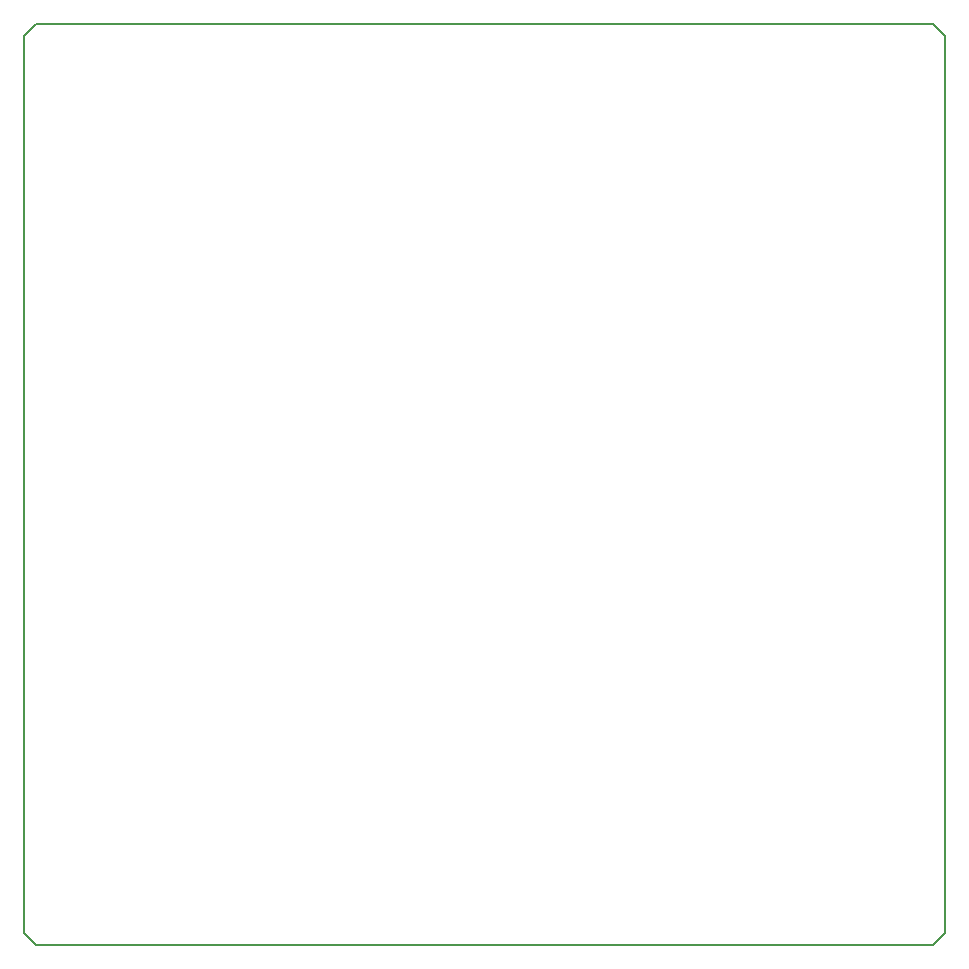
<source format=gbr>
G04 #@! TF.FileFunction,Profile,NP*
%FSLAX46Y46*%
G04 Gerber Fmt 4.6, Leading zero omitted, Abs format (unit mm)*
G04 Created by KiCad (PCBNEW 4.0.6-e0-6349~53~ubuntu14.04.1) date Wed May 10 06:37:38 2017*
%MOMM*%
%LPD*%
G01*
G04 APERTURE LIST*
%ADD10C,0.100000*%
%ADD11C,0.150000*%
G04 APERTURE END LIST*
D10*
D11*
X122500000Y-49500000D02*
X122500000Y-125500000D01*
X123500000Y-48500000D02*
X122500000Y-49500000D01*
X199500000Y-48500000D02*
X123500000Y-48500000D01*
X200500000Y-49500000D02*
X199500000Y-48500000D01*
X200500000Y-125500000D02*
X200500000Y-49500000D01*
X199500000Y-126500000D02*
X200500000Y-125500000D01*
X123500000Y-126500000D02*
X199500000Y-126500000D01*
X122500000Y-125500000D02*
X123500000Y-126500000D01*
M02*

</source>
